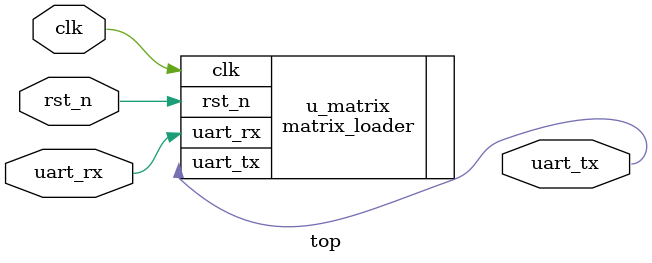
<source format=sv>

`timescale 1ns/1ps          // top.sv

module top(
    input  logic clk,       // 100 MHz onboard clock
    input  logic rst_n,     // Active-low reset pushbutton
    input  logic uart_rx,   // USB-UART RX from PC
    output logic uart_tx    // USB-UART TX to PC
);
  
  matrix_loader #(            // Instantiate your matrix loader/multiplier,
    .MAX_M       (4),         // but expose only the UART interface at top level:
    .MAX_N       (4),
    .MAX_P       (4),
    .CLOCK_FREQ  (50000000),  // 50 MHz logic clock inside loader
    .BAUD_RATE   (9600)
  ) u_matrix (
    .clk       (clk),
    .rst_n     (rst_n),
    .uart_rx   (uart_rx),
    .uart_tx   (uart_tx)
                              // Overutilization error FIX ← NO result[ ][ ] ports here!
  );

endmodule

</source>
